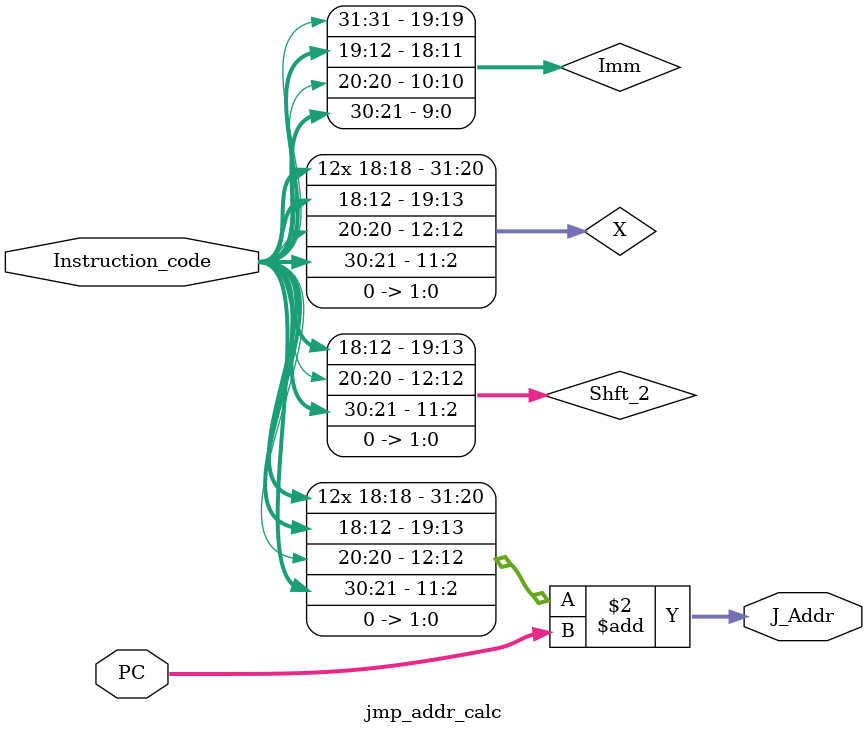
<source format=v>
`timescale 1ns / 1ps


module jmp_addr_calc(
    input [31:0] Instruction_code,
    input [31:0] PC,
    output [31:0] J_Addr
    );
    wire [19:0] Imm={Instruction_code[31],Instruction_code[19:12],Instruction_code[20],Instruction_code[30:21]};
    wire [19:0] Shft_2=Imm<<2;
    wire [31:0] X={{12{Shft_2[19]}},Shft_2};
    assign J_Addr = X + PC;
endmodule

</source>
